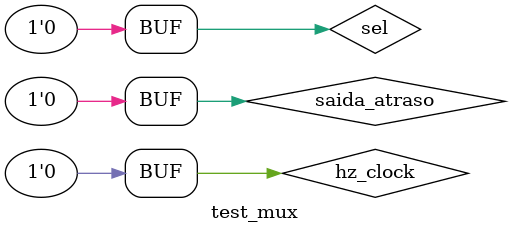
<source format=v>
`timescale 1ns/1ns

module test_mux;

    reg sel, saida_atraso, hz_clock;
  	wire  Q;

  	mux DUT(sel, saida_atraso, hz_clock, Q);

    initial
        begin

            $dumpfile("test_mux.vcd");
            $dumpvars(0, test_mux);

                sel=1; saida_atraso=0; hz_clock=1;
            #5  sel=0; saida_atraso=0; hz_clock=1;
         	  #5  sel=1; saida_atraso=1; hz_clock=0;
          	#5  sel=0; saida_atraso=1; hz_clock=0;
            #5  sel=1; saida_atraso=1; hz_clock=1;
          	#5  sel=0; saida_atraso=1; hz_clock=1;
            #5  sel=1; saida_atraso=0; hz_clock=0;
          	#5  sel=0; saida_atraso=0; hz_clock=0;
          
        end
endmodule
</source>
